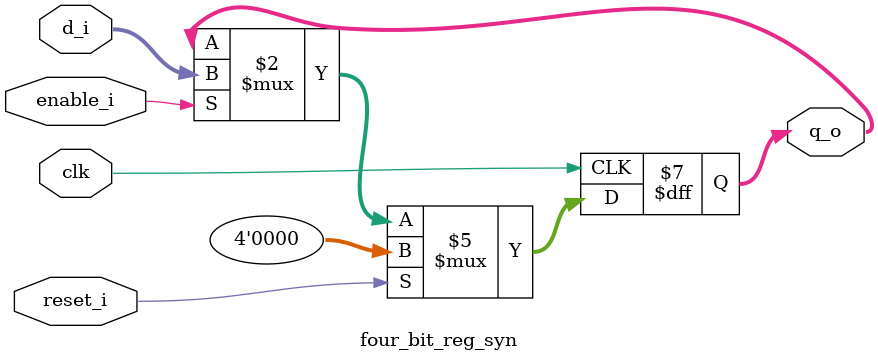
<source format=sv>
/*
This code represents a 4-Bit Register with Synchronous Reset and Enable.
When reset is active, Q should reset to 0. When enable is active,
Q should take the value of D on the rising edge of clk.
*/
//

// paranter N = number of bits
module four_bit_reg_syn #(parameter N = 4)(
  input logic clk, 
  input logic reset_i, 
  input logic enable_i,
  input logic [N-1:0] d_i, 
  output logic [N-1:0] q_o
);

  always_ff @(posedge clk)begin
    if (reset_i)begin
      q_o <= N'b0000;
    end
    else if(enable_i)begin
      q_o <= d_i;
    end
  end 
endmodule 

</source>
